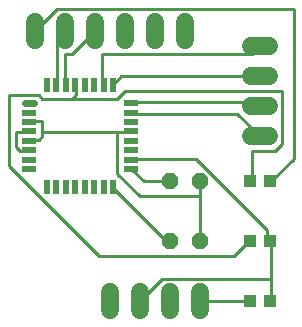
<source format=gbr>
G75*
%MOIN*%
%OFA0B0*%
%FSLAX24Y24*%
%IPPOS*%
%LPD*%
%AMOC8*
5,1,8,0,0,1.08239X$1,22.5*
%
%ADD10C,0.0217*%
%ADD11R,0.0500X0.0217*%
%ADD12R,0.0217X0.0500*%
%ADD13C,0.0600*%
%ADD14R,0.0394X0.0433*%
%ADD15R,0.0433X0.0394*%
%ADD16OC8,0.0520*%
%ADD17C,0.0100*%
D10*
X002768Y017702D02*
X003052Y017702D01*
X002768Y017702D02*
X002768Y017702D01*
X003052Y017702D01*
X003052Y017702D01*
D11*
X002910Y017387D03*
X002910Y017072D03*
X002910Y016757D03*
X002910Y016443D03*
X002910Y016128D03*
X002910Y015813D03*
X002910Y015498D03*
X006290Y015498D03*
X006290Y015813D03*
X006290Y016128D03*
X006290Y016443D03*
X006290Y016757D03*
X006290Y017072D03*
X006290Y017387D03*
X006290Y017702D03*
D12*
X005702Y018290D03*
X005387Y018290D03*
X005072Y018290D03*
X004757Y018290D03*
X004443Y018290D03*
X004128Y018290D03*
X003813Y018290D03*
X003498Y018290D03*
X003498Y014910D03*
X003813Y014910D03*
X004128Y014910D03*
X004443Y014910D03*
X004757Y014910D03*
X005072Y014910D03*
X005387Y014910D03*
X005702Y014910D03*
D13*
X005600Y011400D02*
X005600Y010800D01*
X006600Y010800D02*
X006600Y011400D01*
X007600Y011400D02*
X007600Y010800D01*
X008600Y010800D02*
X008600Y011400D01*
X010300Y016600D02*
X010900Y016600D01*
X010900Y017600D02*
X010300Y017600D01*
X010300Y018600D02*
X010900Y018600D01*
X010900Y019600D02*
X010300Y019600D01*
X008100Y019800D02*
X008100Y020400D01*
X007100Y020400D02*
X007100Y019800D01*
X006100Y019800D02*
X006100Y020400D01*
X005100Y020400D02*
X005100Y019800D01*
X004100Y019800D02*
X004100Y020400D01*
X003100Y020400D02*
X003100Y019800D01*
D14*
X010265Y013100D03*
X010935Y013100D03*
D15*
X010935Y011100D03*
X010265Y011100D03*
X010265Y015100D03*
X010935Y015100D03*
D16*
X008600Y015100D03*
X007600Y015100D03*
X007600Y013100D03*
X008600Y013100D03*
D17*
X008600Y014600D01*
X006600Y014600D01*
X005850Y015350D01*
X005850Y016725D01*
X006225Y016725D01*
X006290Y016757D01*
X005850Y016725D02*
X003350Y016725D01*
X003350Y016600D01*
X003225Y016475D01*
X002975Y016475D01*
X002910Y016443D01*
X002850Y016725D02*
X002475Y016725D01*
X002475Y016225D01*
X002600Y016100D01*
X002850Y016100D01*
X002910Y016128D01*
X002850Y016725D02*
X002910Y016757D01*
X002910Y017072D02*
X002975Y017100D01*
X003350Y017100D01*
X003350Y016725D01*
X002225Y015600D02*
X002225Y017975D01*
X003225Y017975D01*
X003350Y017850D01*
X004350Y017850D01*
X005850Y017850D01*
X006100Y018100D01*
X011350Y018100D01*
X011350Y016350D01*
X011100Y016100D01*
X010350Y016100D01*
X010350Y015100D01*
X010265Y015100D01*
X010935Y015100D02*
X010975Y015100D01*
X011725Y015850D01*
X011725Y020850D01*
X003850Y020850D01*
X003100Y020100D01*
X003850Y020100D02*
X004100Y020100D01*
X003850Y020100D02*
X003850Y018350D01*
X003813Y018290D01*
X004100Y018350D02*
X004128Y018290D01*
X004100Y018350D02*
X004100Y019350D01*
X004350Y019350D01*
X005100Y020100D01*
X005350Y019350D02*
X010350Y019350D01*
X010600Y019600D01*
X010600Y018600D02*
X005975Y018600D01*
X005725Y018350D01*
X005702Y018290D01*
X005387Y018290D02*
X005350Y018350D01*
X005350Y019350D01*
X004443Y018290D02*
X004475Y018225D01*
X004475Y017975D01*
X004350Y017850D01*
X006290Y017702D02*
X006350Y017725D01*
X010475Y017725D01*
X010600Y017600D01*
X009850Y017350D02*
X010600Y016600D01*
X009850Y017350D02*
X006350Y017350D01*
X006290Y017387D01*
X006350Y015850D02*
X006290Y015813D01*
X006350Y015850D02*
X008475Y015850D01*
X010850Y013475D01*
X010850Y013100D01*
X010935Y013100D01*
X010975Y013100D01*
X010975Y011850D01*
X007350Y011850D01*
X006600Y011100D01*
X005225Y012600D02*
X002225Y015600D01*
X005702Y014910D02*
X005725Y014850D01*
X007475Y013100D01*
X007600Y013100D01*
X008600Y014600D02*
X008600Y015100D01*
X007600Y015100D02*
X006725Y015100D01*
X006350Y015475D01*
X006290Y015498D01*
X005225Y012600D02*
X009725Y012600D01*
X010225Y013100D01*
X010265Y013100D01*
X010975Y011850D02*
X010975Y011100D01*
X010935Y011100D01*
X010265Y011100D02*
X008600Y011100D01*
M02*

</source>
